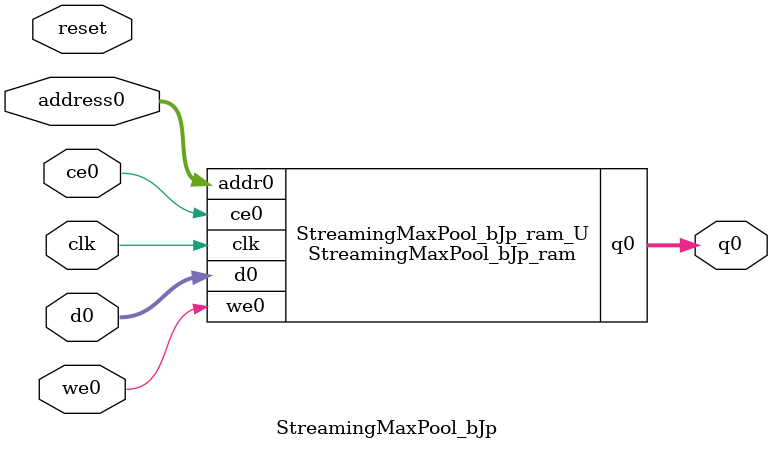
<source format=v>

`timescale 1 ns / 1 ps
module StreamingMaxPool_bJp_ram (addr0, ce0, d0, we0, q0,  clk);

parameter DWIDTH = 2;
parameter AWIDTH = 3;
parameter MEM_SIZE = 5;

input[AWIDTH-1:0] addr0;
input ce0;
input[DWIDTH-1:0] d0;
input we0;
output reg[DWIDTH-1:0] q0;
input clk;

(* ram_style = "distributed" *)reg [DWIDTH-1:0] ram[0:MEM_SIZE-1];




always @(posedge clk)  
begin 
    if (ce0) 
    begin
        if (we0) 
        begin 
            ram[addr0] <= d0; 
            q0 <= d0;
        end 
        else 
            q0 <= ram[addr0];
    end
end


endmodule


`timescale 1 ns / 1 ps
module StreamingMaxPool_bJp(
    reset,
    clk,
    address0,
    ce0,
    we0,
    d0,
    q0);

parameter DataWidth = 32'd2;
parameter AddressRange = 32'd5;
parameter AddressWidth = 32'd3;
input reset;
input clk;
input[AddressWidth - 1:0] address0;
input ce0;
input we0;
input[DataWidth - 1:0] d0;
output[DataWidth - 1:0] q0;



StreamingMaxPool_bJp_ram StreamingMaxPool_bJp_ram_U(
    .clk( clk ),
    .addr0( address0 ),
    .ce0( ce0 ),
    .we0( we0 ),
    .d0( d0 ),
    .q0( q0 ));

endmodule


</source>
